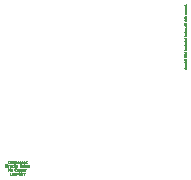
<source format=gbr>
%TF.GenerationSoftware,KiCad,Pcbnew,8.0.4*%
%TF.CreationDate,2024-07-30T23:39:47-07:00*%
%TF.ProjectId,scum3c-devboard,7363756d-3363-42d6-9465-76626f617264,rev?*%
%TF.SameCoordinates,Original*%
%TF.FileFunction,Other,Comment*%
%FSLAX46Y46*%
G04 Gerber Fmt 4.6, Leading zero omitted, Abs format (unit mm)*
G04 Created by KiCad (PCBNEW 8.0.4) date 2024-07-30 23:39:47*
%MOMM*%
%LPD*%
G01*
G04 APERTURE LIST*
%ADD10C,0.040000*%
%ADD11C,0.002000*%
G04 APERTURE END LIST*
D10*
X80025953Y-79076443D02*
X80025953Y-78876443D01*
X80140238Y-79076443D02*
X80054524Y-78962158D01*
X80140238Y-78876443D02*
X80025953Y-78990729D01*
X80225953Y-78971681D02*
X80292619Y-78971681D01*
X80321191Y-79076443D02*
X80225953Y-79076443D01*
X80225953Y-79076443D02*
X80225953Y-78876443D01*
X80225953Y-78876443D02*
X80321191Y-78876443D01*
X80406905Y-78971681D02*
X80473571Y-78971681D01*
X80502143Y-79076443D02*
X80406905Y-79076443D01*
X80406905Y-79076443D02*
X80406905Y-78876443D01*
X80406905Y-78876443D02*
X80502143Y-78876443D01*
X80587857Y-79076443D02*
X80587857Y-78876443D01*
X80587857Y-78876443D02*
X80664047Y-78876443D01*
X80664047Y-78876443D02*
X80683095Y-78885967D01*
X80683095Y-78885967D02*
X80692618Y-78895491D01*
X80692618Y-78895491D02*
X80702142Y-78914539D01*
X80702142Y-78914539D02*
X80702142Y-78943110D01*
X80702142Y-78943110D02*
X80692618Y-78962158D01*
X80692618Y-78962158D02*
X80683095Y-78971681D01*
X80683095Y-78971681D02*
X80664047Y-78981205D01*
X80664047Y-78981205D02*
X80587857Y-78981205D01*
X80825952Y-78876443D02*
X80864047Y-78876443D01*
X80864047Y-78876443D02*
X80883095Y-78885967D01*
X80883095Y-78885967D02*
X80902142Y-78905015D01*
X80902142Y-78905015D02*
X80911666Y-78943110D01*
X80911666Y-78943110D02*
X80911666Y-79009777D01*
X80911666Y-79009777D02*
X80902142Y-79047872D01*
X80902142Y-79047872D02*
X80883095Y-79066920D01*
X80883095Y-79066920D02*
X80864047Y-79076443D01*
X80864047Y-79076443D02*
X80825952Y-79076443D01*
X80825952Y-79076443D02*
X80806904Y-79066920D01*
X80806904Y-79066920D02*
X80787857Y-79047872D01*
X80787857Y-79047872D02*
X80778333Y-79009777D01*
X80778333Y-79009777D02*
X80778333Y-78943110D01*
X80778333Y-78943110D02*
X80787857Y-78905015D01*
X80787857Y-78905015D02*
X80806904Y-78885967D01*
X80806904Y-78885967D02*
X80825952Y-78876443D01*
X80997381Y-78876443D02*
X80997381Y-79038348D01*
X80997381Y-79038348D02*
X81006904Y-79057396D01*
X81006904Y-79057396D02*
X81016428Y-79066920D01*
X81016428Y-79066920D02*
X81035476Y-79076443D01*
X81035476Y-79076443D02*
X81073571Y-79076443D01*
X81073571Y-79076443D02*
X81092619Y-79066920D01*
X81092619Y-79066920D02*
X81102142Y-79057396D01*
X81102142Y-79057396D02*
X81111666Y-79038348D01*
X81111666Y-79038348D02*
X81111666Y-78876443D01*
X81178333Y-78876443D02*
X81292619Y-78876443D01*
X81235476Y-79076443D02*
X81235476Y-78876443D01*
X79616428Y-78326443D02*
X79616428Y-78126443D01*
X79616428Y-78126443D02*
X79664047Y-78126443D01*
X79664047Y-78126443D02*
X79692618Y-78135967D01*
X79692618Y-78135967D02*
X79711666Y-78155015D01*
X79711666Y-78155015D02*
X79721189Y-78174062D01*
X79721189Y-78174062D02*
X79730713Y-78212158D01*
X79730713Y-78212158D02*
X79730713Y-78240729D01*
X79730713Y-78240729D02*
X79721189Y-78278824D01*
X79721189Y-78278824D02*
X79711666Y-78297872D01*
X79711666Y-78297872D02*
X79692618Y-78316920D01*
X79692618Y-78316920D02*
X79664047Y-78326443D01*
X79664047Y-78326443D02*
X79616428Y-78326443D01*
X79816428Y-78326443D02*
X79816428Y-78193110D01*
X79816428Y-78126443D02*
X79806904Y-78135967D01*
X79806904Y-78135967D02*
X79816428Y-78145491D01*
X79816428Y-78145491D02*
X79825951Y-78135967D01*
X79825951Y-78135967D02*
X79816428Y-78126443D01*
X79816428Y-78126443D02*
X79816428Y-78145491D01*
X79911666Y-78326443D02*
X79911666Y-78193110D01*
X79911666Y-78231205D02*
X79921189Y-78212158D01*
X79921189Y-78212158D02*
X79930713Y-78202634D01*
X79930713Y-78202634D02*
X79949761Y-78193110D01*
X79949761Y-78193110D02*
X79968808Y-78193110D01*
X80111666Y-78316920D02*
X80092618Y-78326443D01*
X80092618Y-78326443D02*
X80054523Y-78326443D01*
X80054523Y-78326443D02*
X80035476Y-78316920D01*
X80035476Y-78316920D02*
X80025952Y-78297872D01*
X80025952Y-78297872D02*
X80025952Y-78221681D01*
X80025952Y-78221681D02*
X80035476Y-78202634D01*
X80035476Y-78202634D02*
X80054523Y-78193110D01*
X80054523Y-78193110D02*
X80092618Y-78193110D01*
X80092618Y-78193110D02*
X80111666Y-78202634D01*
X80111666Y-78202634D02*
X80121190Y-78221681D01*
X80121190Y-78221681D02*
X80121190Y-78240729D01*
X80121190Y-78240729D02*
X80025952Y-78259777D01*
X80292619Y-78316920D02*
X80273571Y-78326443D01*
X80273571Y-78326443D02*
X80235476Y-78326443D01*
X80235476Y-78326443D02*
X80216428Y-78316920D01*
X80216428Y-78316920D02*
X80206905Y-78307396D01*
X80206905Y-78307396D02*
X80197381Y-78288348D01*
X80197381Y-78288348D02*
X80197381Y-78231205D01*
X80197381Y-78231205D02*
X80206905Y-78212158D01*
X80206905Y-78212158D02*
X80216428Y-78202634D01*
X80216428Y-78202634D02*
X80235476Y-78193110D01*
X80235476Y-78193110D02*
X80273571Y-78193110D01*
X80273571Y-78193110D02*
X80292619Y-78202634D01*
X80349762Y-78193110D02*
X80425953Y-78193110D01*
X80378334Y-78126443D02*
X80378334Y-78297872D01*
X80378334Y-78297872D02*
X80387857Y-78316920D01*
X80387857Y-78316920D02*
X80406905Y-78326443D01*
X80406905Y-78326443D02*
X80425953Y-78326443D01*
X80521191Y-78326443D02*
X80502143Y-78316920D01*
X80502143Y-78316920D02*
X80492620Y-78297872D01*
X80492620Y-78297872D02*
X80492620Y-78126443D01*
X80578334Y-78193110D02*
X80625953Y-78326443D01*
X80673572Y-78193110D02*
X80625953Y-78326443D01*
X80625953Y-78326443D02*
X80606905Y-78374062D01*
X80606905Y-78374062D02*
X80597382Y-78383586D01*
X80597382Y-78383586D02*
X80578334Y-78393110D01*
X80968810Y-78221681D02*
X80997382Y-78231205D01*
X80997382Y-78231205D02*
X81006905Y-78240729D01*
X81006905Y-78240729D02*
X81016429Y-78259777D01*
X81016429Y-78259777D02*
X81016429Y-78288348D01*
X81016429Y-78288348D02*
X81006905Y-78307396D01*
X81006905Y-78307396D02*
X80997382Y-78316920D01*
X80997382Y-78316920D02*
X80978334Y-78326443D01*
X80978334Y-78326443D02*
X80902144Y-78326443D01*
X80902144Y-78326443D02*
X80902144Y-78126443D01*
X80902144Y-78126443D02*
X80968810Y-78126443D01*
X80968810Y-78126443D02*
X80987858Y-78135967D01*
X80987858Y-78135967D02*
X80997382Y-78145491D01*
X80997382Y-78145491D02*
X81006905Y-78164539D01*
X81006905Y-78164539D02*
X81006905Y-78183586D01*
X81006905Y-78183586D02*
X80997382Y-78202634D01*
X80997382Y-78202634D02*
X80987858Y-78212158D01*
X80987858Y-78212158D02*
X80968810Y-78221681D01*
X80968810Y-78221681D02*
X80902144Y-78221681D01*
X81178334Y-78316920D02*
X81159286Y-78326443D01*
X81159286Y-78326443D02*
X81121191Y-78326443D01*
X81121191Y-78326443D02*
X81102144Y-78316920D01*
X81102144Y-78316920D02*
X81092620Y-78297872D01*
X81092620Y-78297872D02*
X81092620Y-78221681D01*
X81092620Y-78221681D02*
X81102144Y-78202634D01*
X81102144Y-78202634D02*
X81121191Y-78193110D01*
X81121191Y-78193110D02*
X81159286Y-78193110D01*
X81159286Y-78193110D02*
X81178334Y-78202634D01*
X81178334Y-78202634D02*
X81187858Y-78221681D01*
X81187858Y-78221681D02*
X81187858Y-78240729D01*
X81187858Y-78240729D02*
X81092620Y-78259777D01*
X81302144Y-78326443D02*
X81283096Y-78316920D01*
X81283096Y-78316920D02*
X81273573Y-78297872D01*
X81273573Y-78297872D02*
X81273573Y-78126443D01*
X81406906Y-78326443D02*
X81387858Y-78316920D01*
X81387858Y-78316920D02*
X81378335Y-78307396D01*
X81378335Y-78307396D02*
X81368811Y-78288348D01*
X81368811Y-78288348D02*
X81368811Y-78231205D01*
X81368811Y-78231205D02*
X81378335Y-78212158D01*
X81378335Y-78212158D02*
X81387858Y-78202634D01*
X81387858Y-78202634D02*
X81406906Y-78193110D01*
X81406906Y-78193110D02*
X81435477Y-78193110D01*
X81435477Y-78193110D02*
X81454525Y-78202634D01*
X81454525Y-78202634D02*
X81464049Y-78212158D01*
X81464049Y-78212158D02*
X81473573Y-78231205D01*
X81473573Y-78231205D02*
X81473573Y-78288348D01*
X81473573Y-78288348D02*
X81464049Y-78307396D01*
X81464049Y-78307396D02*
X81454525Y-78316920D01*
X81454525Y-78316920D02*
X81435477Y-78326443D01*
X81435477Y-78326443D02*
X81406906Y-78326443D01*
X81540239Y-78193110D02*
X81578334Y-78326443D01*
X81578334Y-78326443D02*
X81616429Y-78231205D01*
X81616429Y-78231205D02*
X81654525Y-78326443D01*
X81654525Y-78326443D02*
X81692620Y-78193110D01*
X79902143Y-78676443D02*
X79902143Y-78476443D01*
X79902143Y-78476443D02*
X80016428Y-78676443D01*
X80016428Y-78676443D02*
X80016428Y-78476443D01*
X80140238Y-78676443D02*
X80121190Y-78666920D01*
X80121190Y-78666920D02*
X80111667Y-78657396D01*
X80111667Y-78657396D02*
X80102143Y-78638348D01*
X80102143Y-78638348D02*
X80102143Y-78581205D01*
X80102143Y-78581205D02*
X80111667Y-78562158D01*
X80111667Y-78562158D02*
X80121190Y-78552634D01*
X80121190Y-78552634D02*
X80140238Y-78543110D01*
X80140238Y-78543110D02*
X80168809Y-78543110D01*
X80168809Y-78543110D02*
X80187857Y-78552634D01*
X80187857Y-78552634D02*
X80197381Y-78562158D01*
X80197381Y-78562158D02*
X80206905Y-78581205D01*
X80206905Y-78581205D02*
X80206905Y-78638348D01*
X80206905Y-78638348D02*
X80197381Y-78657396D01*
X80197381Y-78657396D02*
X80187857Y-78666920D01*
X80187857Y-78666920D02*
X80168809Y-78676443D01*
X80168809Y-78676443D02*
X80140238Y-78676443D01*
X80559285Y-78657396D02*
X80549761Y-78666920D01*
X80549761Y-78666920D02*
X80521190Y-78676443D01*
X80521190Y-78676443D02*
X80502142Y-78676443D01*
X80502142Y-78676443D02*
X80473571Y-78666920D01*
X80473571Y-78666920D02*
X80454523Y-78647872D01*
X80454523Y-78647872D02*
X80445000Y-78628824D01*
X80445000Y-78628824D02*
X80435476Y-78590729D01*
X80435476Y-78590729D02*
X80435476Y-78562158D01*
X80435476Y-78562158D02*
X80445000Y-78524062D01*
X80445000Y-78524062D02*
X80454523Y-78505015D01*
X80454523Y-78505015D02*
X80473571Y-78485967D01*
X80473571Y-78485967D02*
X80502142Y-78476443D01*
X80502142Y-78476443D02*
X80521190Y-78476443D01*
X80521190Y-78476443D02*
X80549761Y-78485967D01*
X80549761Y-78485967D02*
X80559285Y-78495491D01*
X80673571Y-78676443D02*
X80654523Y-78666920D01*
X80654523Y-78666920D02*
X80645000Y-78657396D01*
X80645000Y-78657396D02*
X80635476Y-78638348D01*
X80635476Y-78638348D02*
X80635476Y-78581205D01*
X80635476Y-78581205D02*
X80645000Y-78562158D01*
X80645000Y-78562158D02*
X80654523Y-78552634D01*
X80654523Y-78552634D02*
X80673571Y-78543110D01*
X80673571Y-78543110D02*
X80702142Y-78543110D01*
X80702142Y-78543110D02*
X80721190Y-78552634D01*
X80721190Y-78552634D02*
X80730714Y-78562158D01*
X80730714Y-78562158D02*
X80740238Y-78581205D01*
X80740238Y-78581205D02*
X80740238Y-78638348D01*
X80740238Y-78638348D02*
X80730714Y-78657396D01*
X80730714Y-78657396D02*
X80721190Y-78666920D01*
X80721190Y-78666920D02*
X80702142Y-78676443D01*
X80702142Y-78676443D02*
X80673571Y-78676443D01*
X80825952Y-78543110D02*
X80825952Y-78743110D01*
X80825952Y-78552634D02*
X80844999Y-78543110D01*
X80844999Y-78543110D02*
X80883094Y-78543110D01*
X80883094Y-78543110D02*
X80902142Y-78552634D01*
X80902142Y-78552634D02*
X80911666Y-78562158D01*
X80911666Y-78562158D02*
X80921190Y-78581205D01*
X80921190Y-78581205D02*
X80921190Y-78638348D01*
X80921190Y-78638348D02*
X80911666Y-78657396D01*
X80911666Y-78657396D02*
X80902142Y-78666920D01*
X80902142Y-78666920D02*
X80883094Y-78676443D01*
X80883094Y-78676443D02*
X80844999Y-78676443D01*
X80844999Y-78676443D02*
X80825952Y-78666920D01*
X81006904Y-78543110D02*
X81006904Y-78743110D01*
X81006904Y-78552634D02*
X81025951Y-78543110D01*
X81025951Y-78543110D02*
X81064046Y-78543110D01*
X81064046Y-78543110D02*
X81083094Y-78552634D01*
X81083094Y-78552634D02*
X81092618Y-78562158D01*
X81092618Y-78562158D02*
X81102142Y-78581205D01*
X81102142Y-78581205D02*
X81102142Y-78638348D01*
X81102142Y-78638348D02*
X81092618Y-78657396D01*
X81092618Y-78657396D02*
X81083094Y-78666920D01*
X81083094Y-78666920D02*
X81064046Y-78676443D01*
X81064046Y-78676443D02*
X81025951Y-78676443D01*
X81025951Y-78676443D02*
X81006904Y-78666920D01*
X81264046Y-78666920D02*
X81244998Y-78676443D01*
X81244998Y-78676443D02*
X81206903Y-78676443D01*
X81206903Y-78676443D02*
X81187856Y-78666920D01*
X81187856Y-78666920D02*
X81178332Y-78647872D01*
X81178332Y-78647872D02*
X81178332Y-78571681D01*
X81178332Y-78571681D02*
X81187856Y-78552634D01*
X81187856Y-78552634D02*
X81206903Y-78543110D01*
X81206903Y-78543110D02*
X81244998Y-78543110D01*
X81244998Y-78543110D02*
X81264046Y-78552634D01*
X81264046Y-78552634D02*
X81273570Y-78571681D01*
X81273570Y-78571681D02*
X81273570Y-78590729D01*
X81273570Y-78590729D02*
X81178332Y-78609777D01*
X81359285Y-78676443D02*
X81359285Y-78543110D01*
X81359285Y-78581205D02*
X81368808Y-78562158D01*
X81368808Y-78562158D02*
X81378332Y-78552634D01*
X81378332Y-78552634D02*
X81397380Y-78543110D01*
X81397380Y-78543110D02*
X81416427Y-78543110D01*
X79978333Y-78007396D02*
X79968809Y-78016920D01*
X79968809Y-78016920D02*
X79940238Y-78026443D01*
X79940238Y-78026443D02*
X79921190Y-78026443D01*
X79921190Y-78026443D02*
X79892619Y-78016920D01*
X79892619Y-78016920D02*
X79873571Y-77997872D01*
X79873571Y-77997872D02*
X79864048Y-77978824D01*
X79864048Y-77978824D02*
X79854524Y-77940729D01*
X79854524Y-77940729D02*
X79854524Y-77912158D01*
X79854524Y-77912158D02*
X79864048Y-77874062D01*
X79864048Y-77874062D02*
X79873571Y-77855015D01*
X79873571Y-77855015D02*
X79892619Y-77835967D01*
X79892619Y-77835967D02*
X79921190Y-77826443D01*
X79921190Y-77826443D02*
X79940238Y-77826443D01*
X79940238Y-77826443D02*
X79968809Y-77835967D01*
X79968809Y-77835967D02*
X79978333Y-77845491D01*
X80092619Y-78026443D02*
X80073571Y-78016920D01*
X80073571Y-78016920D02*
X80064048Y-78007396D01*
X80064048Y-78007396D02*
X80054524Y-77988348D01*
X80054524Y-77988348D02*
X80054524Y-77931205D01*
X80054524Y-77931205D02*
X80064048Y-77912158D01*
X80064048Y-77912158D02*
X80073571Y-77902634D01*
X80073571Y-77902634D02*
X80092619Y-77893110D01*
X80092619Y-77893110D02*
X80121190Y-77893110D01*
X80121190Y-77893110D02*
X80140238Y-77902634D01*
X80140238Y-77902634D02*
X80149762Y-77912158D01*
X80149762Y-77912158D02*
X80159286Y-77931205D01*
X80159286Y-77931205D02*
X80159286Y-77988348D01*
X80159286Y-77988348D02*
X80149762Y-78007396D01*
X80149762Y-78007396D02*
X80140238Y-78016920D01*
X80140238Y-78016920D02*
X80121190Y-78026443D01*
X80121190Y-78026443D02*
X80092619Y-78026443D01*
X80245000Y-78026443D02*
X80245000Y-77893110D01*
X80245000Y-77912158D02*
X80254523Y-77902634D01*
X80254523Y-77902634D02*
X80273571Y-77893110D01*
X80273571Y-77893110D02*
X80302142Y-77893110D01*
X80302142Y-77893110D02*
X80321190Y-77902634D01*
X80321190Y-77902634D02*
X80330714Y-77921681D01*
X80330714Y-77921681D02*
X80330714Y-78026443D01*
X80330714Y-77921681D02*
X80340238Y-77902634D01*
X80340238Y-77902634D02*
X80359285Y-77893110D01*
X80359285Y-77893110D02*
X80387857Y-77893110D01*
X80387857Y-77893110D02*
X80406904Y-77902634D01*
X80406904Y-77902634D02*
X80416428Y-77921681D01*
X80416428Y-77921681D02*
X80416428Y-78026443D01*
X80511667Y-77893110D02*
X80511667Y-78093110D01*
X80511667Y-77902634D02*
X80530714Y-77893110D01*
X80530714Y-77893110D02*
X80568809Y-77893110D01*
X80568809Y-77893110D02*
X80587857Y-77902634D01*
X80587857Y-77902634D02*
X80597381Y-77912158D01*
X80597381Y-77912158D02*
X80606905Y-77931205D01*
X80606905Y-77931205D02*
X80606905Y-77988348D01*
X80606905Y-77988348D02*
X80597381Y-78007396D01*
X80597381Y-78007396D02*
X80587857Y-78016920D01*
X80587857Y-78016920D02*
X80568809Y-78026443D01*
X80568809Y-78026443D02*
X80530714Y-78026443D01*
X80530714Y-78026443D02*
X80511667Y-78016920D01*
X80721190Y-78026443D02*
X80702142Y-78016920D01*
X80702142Y-78016920D02*
X80692619Y-78007396D01*
X80692619Y-78007396D02*
X80683095Y-77988348D01*
X80683095Y-77988348D02*
X80683095Y-77931205D01*
X80683095Y-77931205D02*
X80692619Y-77912158D01*
X80692619Y-77912158D02*
X80702142Y-77902634D01*
X80702142Y-77902634D02*
X80721190Y-77893110D01*
X80721190Y-77893110D02*
X80749761Y-77893110D01*
X80749761Y-77893110D02*
X80768809Y-77902634D01*
X80768809Y-77902634D02*
X80778333Y-77912158D01*
X80778333Y-77912158D02*
X80787857Y-77931205D01*
X80787857Y-77931205D02*
X80787857Y-77988348D01*
X80787857Y-77988348D02*
X80778333Y-78007396D01*
X80778333Y-78007396D02*
X80768809Y-78016920D01*
X80768809Y-78016920D02*
X80749761Y-78026443D01*
X80749761Y-78026443D02*
X80721190Y-78026443D01*
X80873571Y-77893110D02*
X80873571Y-78026443D01*
X80873571Y-77912158D02*
X80883094Y-77902634D01*
X80883094Y-77902634D02*
X80902142Y-77893110D01*
X80902142Y-77893110D02*
X80930713Y-77893110D01*
X80930713Y-77893110D02*
X80949761Y-77902634D01*
X80949761Y-77902634D02*
X80959285Y-77921681D01*
X80959285Y-77921681D02*
X80959285Y-78026443D01*
X81130713Y-78016920D02*
X81111665Y-78026443D01*
X81111665Y-78026443D02*
X81073570Y-78026443D01*
X81073570Y-78026443D02*
X81054523Y-78016920D01*
X81054523Y-78016920D02*
X81044999Y-77997872D01*
X81044999Y-77997872D02*
X81044999Y-77921681D01*
X81044999Y-77921681D02*
X81054523Y-77902634D01*
X81054523Y-77902634D02*
X81073570Y-77893110D01*
X81073570Y-77893110D02*
X81111665Y-77893110D01*
X81111665Y-77893110D02*
X81130713Y-77902634D01*
X81130713Y-77902634D02*
X81140237Y-77921681D01*
X81140237Y-77921681D02*
X81140237Y-77940729D01*
X81140237Y-77940729D02*
X81044999Y-77959777D01*
X81225952Y-77893110D02*
X81225952Y-78026443D01*
X81225952Y-77912158D02*
X81235475Y-77902634D01*
X81235475Y-77902634D02*
X81254523Y-77893110D01*
X81254523Y-77893110D02*
X81283094Y-77893110D01*
X81283094Y-77893110D02*
X81302142Y-77902634D01*
X81302142Y-77902634D02*
X81311666Y-77921681D01*
X81311666Y-77921681D02*
X81311666Y-78026443D01*
X81378332Y-77893110D02*
X81454523Y-77893110D01*
X81406904Y-77826443D02*
X81406904Y-77997872D01*
X81406904Y-77997872D02*
X81416427Y-78016920D01*
X81416427Y-78016920D02*
X81435475Y-78026443D01*
X81435475Y-78026443D02*
X81454523Y-78026443D01*
D11*
X94940953Y-69955833D02*
X94947001Y-69961881D01*
X94947001Y-69961881D02*
X94953048Y-69980023D01*
X94953048Y-69980023D02*
X94953048Y-69992119D01*
X94953048Y-69992119D02*
X94947001Y-70010262D01*
X94947001Y-70010262D02*
X94934905Y-70022357D01*
X94934905Y-70022357D02*
X94922810Y-70028404D01*
X94922810Y-70028404D02*
X94898620Y-70034452D01*
X94898620Y-70034452D02*
X94880477Y-70034452D01*
X94880477Y-70034452D02*
X94856286Y-70028404D01*
X94856286Y-70028404D02*
X94844191Y-70022357D01*
X94844191Y-70022357D02*
X94832096Y-70010262D01*
X94832096Y-70010262D02*
X94826048Y-69992119D01*
X94826048Y-69992119D02*
X94826048Y-69980023D01*
X94826048Y-69980023D02*
X94832096Y-69961881D01*
X94832096Y-69961881D02*
X94838143Y-69955833D01*
X94953048Y-69883262D02*
X94947001Y-69895357D01*
X94947001Y-69895357D02*
X94940953Y-69901404D01*
X94940953Y-69901404D02*
X94928858Y-69907452D01*
X94928858Y-69907452D02*
X94892572Y-69907452D01*
X94892572Y-69907452D02*
X94880477Y-69901404D01*
X94880477Y-69901404D02*
X94874429Y-69895357D01*
X94874429Y-69895357D02*
X94868381Y-69883262D01*
X94868381Y-69883262D02*
X94868381Y-69865119D01*
X94868381Y-69865119D02*
X94874429Y-69853023D01*
X94874429Y-69853023D02*
X94880477Y-69846976D01*
X94880477Y-69846976D02*
X94892572Y-69840928D01*
X94892572Y-69840928D02*
X94928858Y-69840928D01*
X94928858Y-69840928D02*
X94940953Y-69846976D01*
X94940953Y-69846976D02*
X94947001Y-69853023D01*
X94947001Y-69853023D02*
X94953048Y-69865119D01*
X94953048Y-69865119D02*
X94953048Y-69883262D01*
X94868381Y-69786499D02*
X94995381Y-69786499D01*
X94874429Y-69786499D02*
X94868381Y-69774404D01*
X94868381Y-69774404D02*
X94868381Y-69750214D01*
X94868381Y-69750214D02*
X94874429Y-69738118D01*
X94874429Y-69738118D02*
X94880477Y-69732071D01*
X94880477Y-69732071D02*
X94892572Y-69726023D01*
X94892572Y-69726023D02*
X94928858Y-69726023D01*
X94928858Y-69726023D02*
X94940953Y-69732071D01*
X94940953Y-69732071D02*
X94947001Y-69738118D01*
X94947001Y-69738118D02*
X94953048Y-69750214D01*
X94953048Y-69750214D02*
X94953048Y-69774404D01*
X94953048Y-69774404D02*
X94947001Y-69786499D01*
X94868381Y-69683690D02*
X94953048Y-69653452D01*
X94868381Y-69623213D02*
X94953048Y-69653452D01*
X94953048Y-69653452D02*
X94983286Y-69665547D01*
X94983286Y-69665547D02*
X94989334Y-69671594D01*
X94989334Y-69671594D02*
X94995381Y-69683690D01*
X94953048Y-69574832D02*
X94868381Y-69574832D01*
X94892572Y-69574832D02*
X94880477Y-69568785D01*
X94880477Y-69568785D02*
X94874429Y-69562737D01*
X94874429Y-69562737D02*
X94868381Y-69550642D01*
X94868381Y-69550642D02*
X94868381Y-69538547D01*
X94953048Y-69496213D02*
X94868381Y-69496213D01*
X94826048Y-69496213D02*
X94832096Y-69502261D01*
X94832096Y-69502261D02*
X94838143Y-69496213D01*
X94838143Y-69496213D02*
X94832096Y-69490166D01*
X94832096Y-69490166D02*
X94826048Y-69496213D01*
X94826048Y-69496213D02*
X94838143Y-69496213D01*
X94868381Y-69381309D02*
X94971191Y-69381309D01*
X94971191Y-69381309D02*
X94983286Y-69387356D01*
X94983286Y-69387356D02*
X94989334Y-69393404D01*
X94989334Y-69393404D02*
X94995381Y-69405499D01*
X94995381Y-69405499D02*
X94995381Y-69423642D01*
X94995381Y-69423642D02*
X94989334Y-69435737D01*
X94947001Y-69381309D02*
X94953048Y-69393404D01*
X94953048Y-69393404D02*
X94953048Y-69417595D01*
X94953048Y-69417595D02*
X94947001Y-69429690D01*
X94947001Y-69429690D02*
X94940953Y-69435737D01*
X94940953Y-69435737D02*
X94928858Y-69441785D01*
X94928858Y-69441785D02*
X94892572Y-69441785D01*
X94892572Y-69441785D02*
X94880477Y-69435737D01*
X94880477Y-69435737D02*
X94874429Y-69429690D01*
X94874429Y-69429690D02*
X94868381Y-69417595D01*
X94868381Y-69417595D02*
X94868381Y-69393404D01*
X94868381Y-69393404D02*
X94874429Y-69381309D01*
X94953048Y-69320832D02*
X94826048Y-69320832D01*
X94953048Y-69266404D02*
X94886524Y-69266404D01*
X94886524Y-69266404D02*
X94874429Y-69272451D01*
X94874429Y-69272451D02*
X94868381Y-69284547D01*
X94868381Y-69284547D02*
X94868381Y-69302690D01*
X94868381Y-69302690D02*
X94874429Y-69314785D01*
X94874429Y-69314785D02*
X94880477Y-69320832D01*
X94868381Y-69224070D02*
X94868381Y-69175689D01*
X94826048Y-69205927D02*
X94934905Y-69205927D01*
X94934905Y-69205927D02*
X94947001Y-69199880D01*
X94947001Y-69199880D02*
X94953048Y-69187785D01*
X94953048Y-69187785D02*
X94953048Y-69175689D01*
X94838143Y-69042642D02*
X94832096Y-69036594D01*
X94832096Y-69036594D02*
X94826048Y-69024499D01*
X94826048Y-69024499D02*
X94826048Y-68994261D01*
X94826048Y-68994261D02*
X94832096Y-68982166D01*
X94832096Y-68982166D02*
X94838143Y-68976118D01*
X94838143Y-68976118D02*
X94850239Y-68970071D01*
X94850239Y-68970071D02*
X94862334Y-68970071D01*
X94862334Y-68970071D02*
X94880477Y-68976118D01*
X94880477Y-68976118D02*
X94953048Y-69048690D01*
X94953048Y-69048690D02*
X94953048Y-68970071D01*
X94826048Y-68891452D02*
X94826048Y-68879357D01*
X94826048Y-68879357D02*
X94832096Y-68867261D01*
X94832096Y-68867261D02*
X94838143Y-68861214D01*
X94838143Y-68861214D02*
X94850239Y-68855166D01*
X94850239Y-68855166D02*
X94874429Y-68849119D01*
X94874429Y-68849119D02*
X94904667Y-68849119D01*
X94904667Y-68849119D02*
X94928858Y-68855166D01*
X94928858Y-68855166D02*
X94940953Y-68861214D01*
X94940953Y-68861214D02*
X94947001Y-68867261D01*
X94947001Y-68867261D02*
X94953048Y-68879357D01*
X94953048Y-68879357D02*
X94953048Y-68891452D01*
X94953048Y-68891452D02*
X94947001Y-68903547D01*
X94947001Y-68903547D02*
X94940953Y-68909595D01*
X94940953Y-68909595D02*
X94928858Y-68915642D01*
X94928858Y-68915642D02*
X94904667Y-68921690D01*
X94904667Y-68921690D02*
X94874429Y-68921690D01*
X94874429Y-68921690D02*
X94850239Y-68915642D01*
X94850239Y-68915642D02*
X94838143Y-68909595D01*
X94838143Y-68909595D02*
X94832096Y-68903547D01*
X94832096Y-68903547D02*
X94826048Y-68891452D01*
X94838143Y-68800738D02*
X94832096Y-68794690D01*
X94832096Y-68794690D02*
X94826048Y-68782595D01*
X94826048Y-68782595D02*
X94826048Y-68752357D01*
X94826048Y-68752357D02*
X94832096Y-68740262D01*
X94832096Y-68740262D02*
X94838143Y-68734214D01*
X94838143Y-68734214D02*
X94850239Y-68728167D01*
X94850239Y-68728167D02*
X94862334Y-68728167D01*
X94862334Y-68728167D02*
X94880477Y-68734214D01*
X94880477Y-68734214D02*
X94953048Y-68806786D01*
X94953048Y-68806786D02*
X94953048Y-68728167D01*
X94953048Y-68607215D02*
X94953048Y-68679786D01*
X94953048Y-68643500D02*
X94826048Y-68643500D01*
X94826048Y-68643500D02*
X94844191Y-68655596D01*
X94844191Y-68655596D02*
X94856286Y-68667691D01*
X94856286Y-68667691D02*
X94862334Y-68679786D01*
X94916762Y-68462072D02*
X94916762Y-68401596D01*
X94953048Y-68474167D02*
X94826048Y-68431834D01*
X94826048Y-68431834D02*
X94953048Y-68389501D01*
X94947001Y-68292739D02*
X94953048Y-68304834D01*
X94953048Y-68304834D02*
X94953048Y-68329025D01*
X94953048Y-68329025D02*
X94947001Y-68341120D01*
X94947001Y-68341120D02*
X94940953Y-68347167D01*
X94940953Y-68347167D02*
X94928858Y-68353215D01*
X94928858Y-68353215D02*
X94892572Y-68353215D01*
X94892572Y-68353215D02*
X94880477Y-68347167D01*
X94880477Y-68347167D02*
X94874429Y-68341120D01*
X94874429Y-68341120D02*
X94868381Y-68329025D01*
X94868381Y-68329025D02*
X94868381Y-68304834D01*
X94868381Y-68304834D02*
X94874429Y-68292739D01*
X94947001Y-68183882D02*
X94953048Y-68195977D01*
X94953048Y-68195977D02*
X94953048Y-68220168D01*
X94953048Y-68220168D02*
X94947001Y-68232263D01*
X94947001Y-68232263D02*
X94940953Y-68238310D01*
X94940953Y-68238310D02*
X94928858Y-68244358D01*
X94928858Y-68244358D02*
X94892572Y-68244358D01*
X94892572Y-68244358D02*
X94880477Y-68238310D01*
X94880477Y-68238310D02*
X94874429Y-68232263D01*
X94874429Y-68232263D02*
X94868381Y-68220168D01*
X94868381Y-68220168D02*
X94868381Y-68195977D01*
X94868381Y-68195977D02*
X94874429Y-68183882D01*
X94947001Y-68081072D02*
X94953048Y-68093168D01*
X94953048Y-68093168D02*
X94953048Y-68117358D01*
X94953048Y-68117358D02*
X94947001Y-68129453D01*
X94947001Y-68129453D02*
X94934905Y-68135501D01*
X94934905Y-68135501D02*
X94886524Y-68135501D01*
X94886524Y-68135501D02*
X94874429Y-68129453D01*
X94874429Y-68129453D02*
X94868381Y-68117358D01*
X94868381Y-68117358D02*
X94868381Y-68093168D01*
X94868381Y-68093168D02*
X94874429Y-68081072D01*
X94874429Y-68081072D02*
X94886524Y-68075025D01*
X94886524Y-68075025D02*
X94898620Y-68075025D01*
X94898620Y-68075025D02*
X94910715Y-68135501D01*
X94953048Y-68002454D02*
X94947001Y-68014549D01*
X94947001Y-68014549D02*
X94934905Y-68020596D01*
X94934905Y-68020596D02*
X94826048Y-68020596D01*
X94947001Y-67905691D02*
X94953048Y-67917787D01*
X94953048Y-67917787D02*
X94953048Y-67941977D01*
X94953048Y-67941977D02*
X94947001Y-67954072D01*
X94947001Y-67954072D02*
X94934905Y-67960120D01*
X94934905Y-67960120D02*
X94886524Y-67960120D01*
X94886524Y-67960120D02*
X94874429Y-67954072D01*
X94874429Y-67954072D02*
X94868381Y-67941977D01*
X94868381Y-67941977D02*
X94868381Y-67917787D01*
X94868381Y-67917787D02*
X94874429Y-67905691D01*
X94874429Y-67905691D02*
X94886524Y-67899644D01*
X94886524Y-67899644D02*
X94898620Y-67899644D01*
X94898620Y-67899644D02*
X94910715Y-67960120D01*
X94953048Y-67845215D02*
X94868381Y-67845215D01*
X94892572Y-67845215D02*
X94880477Y-67839168D01*
X94880477Y-67839168D02*
X94874429Y-67833120D01*
X94874429Y-67833120D02*
X94868381Y-67821025D01*
X94868381Y-67821025D02*
X94868381Y-67808930D01*
X94953048Y-67712168D02*
X94886524Y-67712168D01*
X94886524Y-67712168D02*
X94874429Y-67718215D01*
X94874429Y-67718215D02*
X94868381Y-67730311D01*
X94868381Y-67730311D02*
X94868381Y-67754501D01*
X94868381Y-67754501D02*
X94874429Y-67766596D01*
X94947001Y-67712168D02*
X94953048Y-67724263D01*
X94953048Y-67724263D02*
X94953048Y-67754501D01*
X94953048Y-67754501D02*
X94947001Y-67766596D01*
X94947001Y-67766596D02*
X94934905Y-67772644D01*
X94934905Y-67772644D02*
X94922810Y-67772644D01*
X94922810Y-67772644D02*
X94910715Y-67766596D01*
X94910715Y-67766596D02*
X94904667Y-67754501D01*
X94904667Y-67754501D02*
X94904667Y-67724263D01*
X94904667Y-67724263D02*
X94898620Y-67712168D01*
X94868381Y-67669834D02*
X94868381Y-67621453D01*
X94826048Y-67651691D02*
X94934905Y-67651691D01*
X94934905Y-67651691D02*
X94947001Y-67645644D01*
X94947001Y-67645644D02*
X94953048Y-67633549D01*
X94953048Y-67633549D02*
X94953048Y-67621453D01*
X94947001Y-67530739D02*
X94953048Y-67542835D01*
X94953048Y-67542835D02*
X94953048Y-67567025D01*
X94953048Y-67567025D02*
X94947001Y-67579120D01*
X94947001Y-67579120D02*
X94934905Y-67585168D01*
X94934905Y-67585168D02*
X94886524Y-67585168D01*
X94886524Y-67585168D02*
X94874429Y-67579120D01*
X94874429Y-67579120D02*
X94868381Y-67567025D01*
X94868381Y-67567025D02*
X94868381Y-67542835D01*
X94868381Y-67542835D02*
X94874429Y-67530739D01*
X94874429Y-67530739D02*
X94886524Y-67524692D01*
X94886524Y-67524692D02*
X94898620Y-67524692D01*
X94898620Y-67524692D02*
X94910715Y-67585168D01*
X94953048Y-67415835D02*
X94826048Y-67415835D01*
X94947001Y-67415835D02*
X94953048Y-67427930D01*
X94953048Y-67427930D02*
X94953048Y-67452121D01*
X94953048Y-67452121D02*
X94947001Y-67464216D01*
X94947001Y-67464216D02*
X94940953Y-67470263D01*
X94940953Y-67470263D02*
X94928858Y-67476311D01*
X94928858Y-67476311D02*
X94892572Y-67476311D01*
X94892572Y-67476311D02*
X94880477Y-67470263D01*
X94880477Y-67470263D02*
X94874429Y-67464216D01*
X94874429Y-67464216D02*
X94868381Y-67452121D01*
X94868381Y-67452121D02*
X94868381Y-67427930D01*
X94868381Y-67427930D02*
X94874429Y-67415835D01*
X94953048Y-67258596D02*
X94826048Y-67258596D01*
X94826048Y-67258596D02*
X94826048Y-67228358D01*
X94826048Y-67228358D02*
X94832096Y-67210215D01*
X94832096Y-67210215D02*
X94844191Y-67198120D01*
X94844191Y-67198120D02*
X94856286Y-67192073D01*
X94856286Y-67192073D02*
X94880477Y-67186025D01*
X94880477Y-67186025D02*
X94898620Y-67186025D01*
X94898620Y-67186025D02*
X94922810Y-67192073D01*
X94922810Y-67192073D02*
X94934905Y-67198120D01*
X94934905Y-67198120D02*
X94947001Y-67210215D01*
X94947001Y-67210215D02*
X94953048Y-67228358D01*
X94953048Y-67228358D02*
X94953048Y-67258596D01*
X94947001Y-67083215D02*
X94953048Y-67095311D01*
X94953048Y-67095311D02*
X94953048Y-67119501D01*
X94953048Y-67119501D02*
X94947001Y-67131596D01*
X94947001Y-67131596D02*
X94934905Y-67137644D01*
X94934905Y-67137644D02*
X94886524Y-67137644D01*
X94886524Y-67137644D02*
X94874429Y-67131596D01*
X94874429Y-67131596D02*
X94868381Y-67119501D01*
X94868381Y-67119501D02*
X94868381Y-67095311D01*
X94868381Y-67095311D02*
X94874429Y-67083215D01*
X94874429Y-67083215D02*
X94886524Y-67077168D01*
X94886524Y-67077168D02*
X94898620Y-67077168D01*
X94898620Y-67077168D02*
X94910715Y-67137644D01*
X94947001Y-67028787D02*
X94953048Y-67016692D01*
X94953048Y-67016692D02*
X94953048Y-66992501D01*
X94953048Y-66992501D02*
X94947001Y-66980406D01*
X94947001Y-66980406D02*
X94934905Y-66974358D01*
X94934905Y-66974358D02*
X94928858Y-66974358D01*
X94928858Y-66974358D02*
X94916762Y-66980406D01*
X94916762Y-66980406D02*
X94910715Y-66992501D01*
X94910715Y-66992501D02*
X94910715Y-67010644D01*
X94910715Y-67010644D02*
X94904667Y-67022739D01*
X94904667Y-67022739D02*
X94892572Y-67028787D01*
X94892572Y-67028787D02*
X94886524Y-67028787D01*
X94886524Y-67028787D02*
X94874429Y-67022739D01*
X94874429Y-67022739D02*
X94868381Y-67010644D01*
X94868381Y-67010644D02*
X94868381Y-66992501D01*
X94868381Y-66992501D02*
X94874429Y-66980406D01*
X94953048Y-66919929D02*
X94868381Y-66919929D01*
X94826048Y-66919929D02*
X94832096Y-66925977D01*
X94832096Y-66925977D02*
X94838143Y-66919929D01*
X94838143Y-66919929D02*
X94832096Y-66913882D01*
X94832096Y-66913882D02*
X94826048Y-66919929D01*
X94826048Y-66919929D02*
X94838143Y-66919929D01*
X94868381Y-66805025D02*
X94971191Y-66805025D01*
X94971191Y-66805025D02*
X94983286Y-66811072D01*
X94983286Y-66811072D02*
X94989334Y-66817120D01*
X94989334Y-66817120D02*
X94995381Y-66829215D01*
X94995381Y-66829215D02*
X94995381Y-66847358D01*
X94995381Y-66847358D02*
X94989334Y-66859453D01*
X94947001Y-66805025D02*
X94953048Y-66817120D01*
X94953048Y-66817120D02*
X94953048Y-66841311D01*
X94953048Y-66841311D02*
X94947001Y-66853406D01*
X94947001Y-66853406D02*
X94940953Y-66859453D01*
X94940953Y-66859453D02*
X94928858Y-66865501D01*
X94928858Y-66865501D02*
X94892572Y-66865501D01*
X94892572Y-66865501D02*
X94880477Y-66859453D01*
X94880477Y-66859453D02*
X94874429Y-66853406D01*
X94874429Y-66853406D02*
X94868381Y-66841311D01*
X94868381Y-66841311D02*
X94868381Y-66817120D01*
X94868381Y-66817120D02*
X94874429Y-66805025D01*
X94868381Y-66744548D02*
X94953048Y-66744548D01*
X94880477Y-66744548D02*
X94874429Y-66738501D01*
X94874429Y-66738501D02*
X94868381Y-66726406D01*
X94868381Y-66726406D02*
X94868381Y-66708263D01*
X94868381Y-66708263D02*
X94874429Y-66696167D01*
X94874429Y-66696167D02*
X94886524Y-66690120D01*
X94886524Y-66690120D02*
X94953048Y-66690120D01*
X94947001Y-66635691D02*
X94953048Y-66623596D01*
X94953048Y-66623596D02*
X94953048Y-66599405D01*
X94953048Y-66599405D02*
X94947001Y-66587310D01*
X94947001Y-66587310D02*
X94934905Y-66581262D01*
X94934905Y-66581262D02*
X94928858Y-66581262D01*
X94928858Y-66581262D02*
X94916762Y-66587310D01*
X94916762Y-66587310D02*
X94910715Y-66599405D01*
X94910715Y-66599405D02*
X94910715Y-66617548D01*
X94910715Y-66617548D02*
X94904667Y-66629643D01*
X94904667Y-66629643D02*
X94892572Y-66635691D01*
X94892572Y-66635691D02*
X94886524Y-66635691D01*
X94886524Y-66635691D02*
X94874429Y-66629643D01*
X94874429Y-66629643D02*
X94868381Y-66617548D01*
X94868381Y-66617548D02*
X94868381Y-66599405D01*
X94868381Y-66599405D02*
X94874429Y-66587310D01*
X94940953Y-66526833D02*
X94947001Y-66520786D01*
X94947001Y-66520786D02*
X94953048Y-66526833D01*
X94953048Y-66526833D02*
X94947001Y-66532881D01*
X94947001Y-66532881D02*
X94940953Y-66526833D01*
X94940953Y-66526833D02*
X94953048Y-66526833D01*
X94916762Y-66375643D02*
X94916762Y-66315167D01*
X94953048Y-66387738D02*
X94826048Y-66345405D01*
X94826048Y-66345405D02*
X94953048Y-66303072D01*
X94953048Y-66242596D02*
X94947001Y-66254691D01*
X94947001Y-66254691D02*
X94934905Y-66260738D01*
X94934905Y-66260738D02*
X94826048Y-66260738D01*
X94953048Y-66176072D02*
X94947001Y-66188167D01*
X94947001Y-66188167D02*
X94934905Y-66194214D01*
X94934905Y-66194214D02*
X94826048Y-66194214D01*
X94953048Y-66030928D02*
X94868381Y-66030928D01*
X94892572Y-66030928D02*
X94880477Y-66024881D01*
X94880477Y-66024881D02*
X94874429Y-66018833D01*
X94874429Y-66018833D02*
X94868381Y-66006738D01*
X94868381Y-66006738D02*
X94868381Y-65994643D01*
X94953048Y-65952309D02*
X94868381Y-65952309D01*
X94826048Y-65952309D02*
X94832096Y-65958357D01*
X94832096Y-65958357D02*
X94838143Y-65952309D01*
X94838143Y-65952309D02*
X94832096Y-65946262D01*
X94832096Y-65946262D02*
X94826048Y-65952309D01*
X94826048Y-65952309D02*
X94838143Y-65952309D01*
X94868381Y-65837405D02*
X94971191Y-65837405D01*
X94971191Y-65837405D02*
X94983286Y-65843452D01*
X94983286Y-65843452D02*
X94989334Y-65849500D01*
X94989334Y-65849500D02*
X94995381Y-65861595D01*
X94995381Y-65861595D02*
X94995381Y-65879738D01*
X94995381Y-65879738D02*
X94989334Y-65891833D01*
X94947001Y-65837405D02*
X94953048Y-65849500D01*
X94953048Y-65849500D02*
X94953048Y-65873691D01*
X94953048Y-65873691D02*
X94947001Y-65885786D01*
X94947001Y-65885786D02*
X94940953Y-65891833D01*
X94940953Y-65891833D02*
X94928858Y-65897881D01*
X94928858Y-65897881D02*
X94892572Y-65897881D01*
X94892572Y-65897881D02*
X94880477Y-65891833D01*
X94880477Y-65891833D02*
X94874429Y-65885786D01*
X94874429Y-65885786D02*
X94868381Y-65873691D01*
X94868381Y-65873691D02*
X94868381Y-65849500D01*
X94868381Y-65849500D02*
X94874429Y-65837405D01*
X94953048Y-65776928D02*
X94826048Y-65776928D01*
X94953048Y-65722500D02*
X94886524Y-65722500D01*
X94886524Y-65722500D02*
X94874429Y-65728547D01*
X94874429Y-65728547D02*
X94868381Y-65740643D01*
X94868381Y-65740643D02*
X94868381Y-65758786D01*
X94868381Y-65758786D02*
X94874429Y-65770881D01*
X94874429Y-65770881D02*
X94880477Y-65776928D01*
X94868381Y-65680166D02*
X94868381Y-65631785D01*
X94826048Y-65662023D02*
X94934905Y-65662023D01*
X94934905Y-65662023D02*
X94947001Y-65655976D01*
X94947001Y-65655976D02*
X94953048Y-65643881D01*
X94953048Y-65643881D02*
X94953048Y-65631785D01*
X94947001Y-65595500D02*
X94953048Y-65583405D01*
X94953048Y-65583405D02*
X94953048Y-65559214D01*
X94953048Y-65559214D02*
X94947001Y-65547119D01*
X94947001Y-65547119D02*
X94934905Y-65541071D01*
X94934905Y-65541071D02*
X94928858Y-65541071D01*
X94928858Y-65541071D02*
X94916762Y-65547119D01*
X94916762Y-65547119D02*
X94910715Y-65559214D01*
X94910715Y-65559214D02*
X94910715Y-65577357D01*
X94910715Y-65577357D02*
X94904667Y-65589452D01*
X94904667Y-65589452D02*
X94892572Y-65595500D01*
X94892572Y-65595500D02*
X94886524Y-65595500D01*
X94886524Y-65595500D02*
X94874429Y-65589452D01*
X94874429Y-65589452D02*
X94868381Y-65577357D01*
X94868381Y-65577357D02*
X94868381Y-65559214D01*
X94868381Y-65559214D02*
X94874429Y-65547119D01*
X94953048Y-65389880D02*
X94868381Y-65389880D01*
X94892572Y-65389880D02*
X94880477Y-65383833D01*
X94880477Y-65383833D02*
X94874429Y-65377785D01*
X94874429Y-65377785D02*
X94868381Y-65365690D01*
X94868381Y-65365690D02*
X94868381Y-65353595D01*
X94947001Y-65262880D02*
X94953048Y-65274976D01*
X94953048Y-65274976D02*
X94953048Y-65299166D01*
X94953048Y-65299166D02*
X94947001Y-65311261D01*
X94947001Y-65311261D02*
X94934905Y-65317309D01*
X94934905Y-65317309D02*
X94886524Y-65317309D01*
X94886524Y-65317309D02*
X94874429Y-65311261D01*
X94874429Y-65311261D02*
X94868381Y-65299166D01*
X94868381Y-65299166D02*
X94868381Y-65274976D01*
X94868381Y-65274976D02*
X94874429Y-65262880D01*
X94874429Y-65262880D02*
X94886524Y-65256833D01*
X94886524Y-65256833D02*
X94898620Y-65256833D01*
X94898620Y-65256833D02*
X94910715Y-65317309D01*
X94947001Y-65208452D02*
X94953048Y-65196357D01*
X94953048Y-65196357D02*
X94953048Y-65172166D01*
X94953048Y-65172166D02*
X94947001Y-65160071D01*
X94947001Y-65160071D02*
X94934905Y-65154023D01*
X94934905Y-65154023D02*
X94928858Y-65154023D01*
X94928858Y-65154023D02*
X94916762Y-65160071D01*
X94916762Y-65160071D02*
X94910715Y-65172166D01*
X94910715Y-65172166D02*
X94910715Y-65190309D01*
X94910715Y-65190309D02*
X94904667Y-65202404D01*
X94904667Y-65202404D02*
X94892572Y-65208452D01*
X94892572Y-65208452D02*
X94886524Y-65208452D01*
X94886524Y-65208452D02*
X94874429Y-65202404D01*
X94874429Y-65202404D02*
X94868381Y-65190309D01*
X94868381Y-65190309D02*
X94868381Y-65172166D01*
X94868381Y-65172166D02*
X94874429Y-65160071D01*
X94947001Y-65051213D02*
X94953048Y-65063309D01*
X94953048Y-65063309D02*
X94953048Y-65087499D01*
X94953048Y-65087499D02*
X94947001Y-65099594D01*
X94947001Y-65099594D02*
X94934905Y-65105642D01*
X94934905Y-65105642D02*
X94886524Y-65105642D01*
X94886524Y-65105642D02*
X94874429Y-65099594D01*
X94874429Y-65099594D02*
X94868381Y-65087499D01*
X94868381Y-65087499D02*
X94868381Y-65063309D01*
X94868381Y-65063309D02*
X94874429Y-65051213D01*
X94874429Y-65051213D02*
X94886524Y-65045166D01*
X94886524Y-65045166D02*
X94898620Y-65045166D01*
X94898620Y-65045166D02*
X94910715Y-65105642D01*
X94953048Y-64990737D02*
X94868381Y-64990737D01*
X94892572Y-64990737D02*
X94880477Y-64984690D01*
X94880477Y-64984690D02*
X94874429Y-64978642D01*
X94874429Y-64978642D02*
X94868381Y-64966547D01*
X94868381Y-64966547D02*
X94868381Y-64954452D01*
X94868381Y-64924214D02*
X94953048Y-64893976D01*
X94953048Y-64893976D02*
X94868381Y-64863737D01*
X94947001Y-64766975D02*
X94953048Y-64779071D01*
X94953048Y-64779071D02*
X94953048Y-64803261D01*
X94953048Y-64803261D02*
X94947001Y-64815356D01*
X94947001Y-64815356D02*
X94934905Y-64821404D01*
X94934905Y-64821404D02*
X94886524Y-64821404D01*
X94886524Y-64821404D02*
X94874429Y-64815356D01*
X94874429Y-64815356D02*
X94868381Y-64803261D01*
X94868381Y-64803261D02*
X94868381Y-64779071D01*
X94868381Y-64779071D02*
X94874429Y-64766975D01*
X94874429Y-64766975D02*
X94886524Y-64760928D01*
X94886524Y-64760928D02*
X94898620Y-64760928D01*
X94898620Y-64760928D02*
X94910715Y-64821404D01*
X94953048Y-64652071D02*
X94826048Y-64652071D01*
X94947001Y-64652071D02*
X94953048Y-64664166D01*
X94953048Y-64664166D02*
X94953048Y-64688357D01*
X94953048Y-64688357D02*
X94947001Y-64700452D01*
X94947001Y-64700452D02*
X94940953Y-64706499D01*
X94940953Y-64706499D02*
X94928858Y-64712547D01*
X94928858Y-64712547D02*
X94892572Y-64712547D01*
X94892572Y-64712547D02*
X94880477Y-64706499D01*
X94880477Y-64706499D02*
X94874429Y-64700452D01*
X94874429Y-64700452D02*
X94868381Y-64688357D01*
X94868381Y-64688357D02*
X94868381Y-64664166D01*
X94868381Y-64664166D02*
X94874429Y-64652071D01*
X94940953Y-64591594D02*
X94947001Y-64585547D01*
X94947001Y-64585547D02*
X94953048Y-64591594D01*
X94953048Y-64591594D02*
X94947001Y-64597642D01*
X94947001Y-64597642D02*
X94940953Y-64591594D01*
X94940953Y-64591594D02*
X94953048Y-64591594D01*
M02*

</source>
